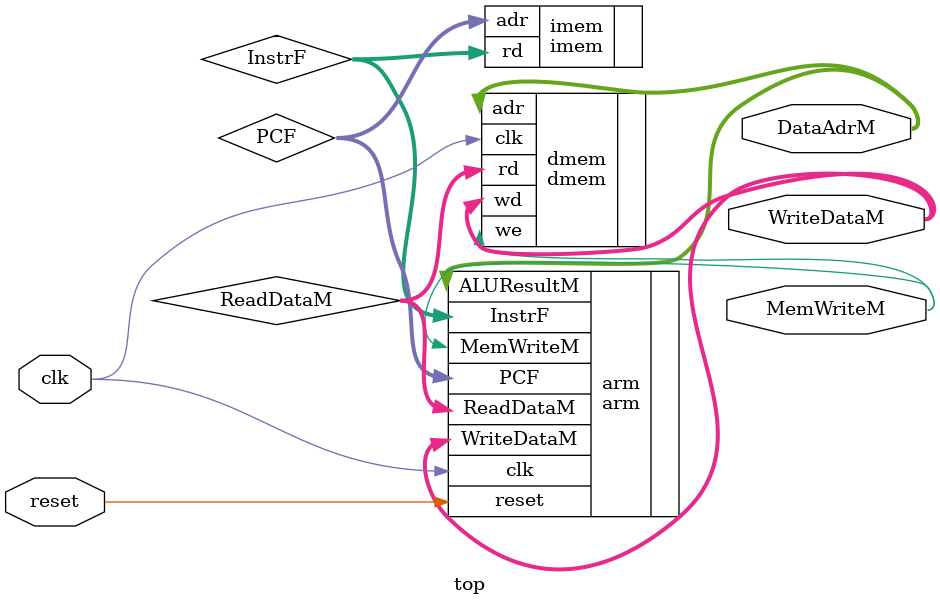
<source format=v>
`timescale 1ns / 1ps
`include "arm.v"
`include "imem.v"
`include "dmem.v"

module top (
	input wire clk,
	input wire reset,
	output wire [31:0] WriteDataM,
	output wire [31:0] DataAdrM,
	output wire MemWriteM
);
	wire [31:0] PCF;
	wire [31:0] InstrF;
	wire [31:0] ReadDataM;
	
	arm arm(
		.clk(clk),
		.reset(reset),
		.PCF(PCF),
		.InstrF(InstrF),
		.MemWriteM(MemWriteM),
		.ALUResultM(DataAdrM),
		.WriteDataM(WriteDataM),
		.ReadDataM(ReadDataM)
	);
	
	imem imem(
		.adr(PCF),
		.rd(InstrF)
	);
	
	dmem dmem(
		.clk(clk),
		.we(MemWriteM),
		.adr(DataAdrM),
		.wd(WriteDataM),
		.rd(ReadDataM)
	);
endmodule

</source>
